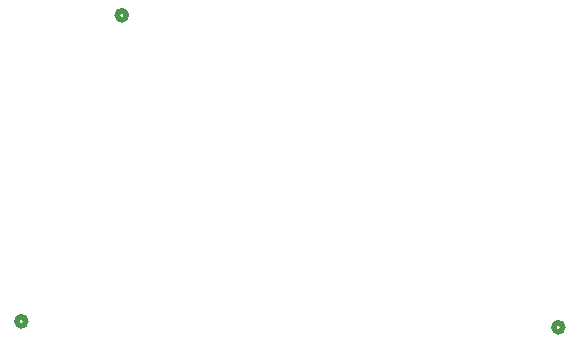
<source format=gbo>
G04*
G04 #@! TF.GenerationSoftware,Altium Limited,Altium Designer,24.10.1 (45)*
G04*
G04 Layer_Color=32896*
%FSLAX44Y44*%
%MOMM*%
G71*
G04*
G04 #@! TF.SameCoordinates,A4BD9A84-A7EC-4617-AE02-E11DBA2AA322*
G04*
G04*
G04 #@! TF.FilePolarity,Positive*
G04*
G01*
G75*
%ADD16C,0.5080*%
D16*
X891540Y546100D02*
G03*
X891540Y546100I-3810J0D01*
G01*
X806450Y287020D02*
G03*
X806450Y287020I-3810J0D01*
G01*
X1261110Y281940D02*
G03*
X1261110Y281940I-3810J0D01*
G01*
M02*

</source>
